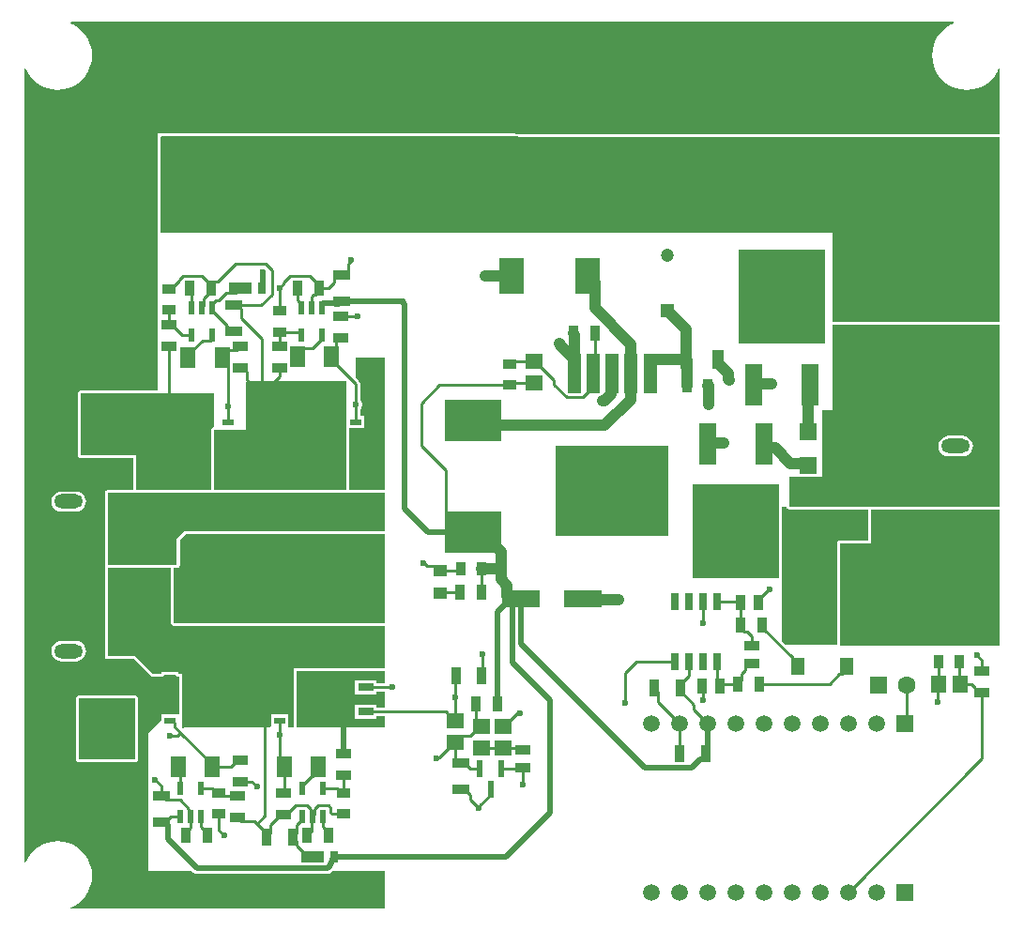
<source format=gtl>
G04*
G04 #@! TF.GenerationSoftware,Altium Limited,Altium Designer,21.6.4 (81)*
G04*
G04 Layer_Physical_Order=1*
G04 Layer_Color=255*
%FSLAX44Y44*%
%MOMM*%
G71*
G04*
G04 #@! TF.SameCoordinates,3C3A1148-CEAA-43B7-A459-4803B486FB21*
G04*
G04*
G04 #@! TF.FilePolarity,Positive*
G04*
G01*
G75*
%ADD11C,0.2540*%
%ADD17R,0.9000X1.3000*%
%ADD18R,1.3561X1.8582*%
%ADD19R,0.6500X1.5250*%
%ADD20R,1.4500X0.9500*%
%ADD21R,0.9500X1.4500*%
%ADD22R,5.2000X3.7500*%
%ADD23R,1.7000X0.9500*%
%ADD24R,1.6200X3.8100*%
%ADD25R,7.8700X8.5100*%
%ADD26R,1.2000X8.7000*%
%ADD27R,1.2000X1.6000*%
%ADD28R,2.2500X3.2000*%
%ADD29R,0.9562X1.5562*%
%ADD30R,1.5562X0.9562*%
%ADD31R,1.4500X0.7500*%
%ADD32R,3.5200X1.2500*%
%ADD33R,2.8200X1.4300*%
%ADD34R,1.1000X1.8000*%
%ADD35R,1.5500X1.3500*%
%ADD36R,1.3500X1.5500*%
%ADD37R,2.0000X1.1000*%
%ADD38R,0.8000X1.1000*%
%ADD39R,1.3900X0.9600*%
%ADD40R,0.9600X1.3900*%
%ADD41R,0.6000X1.5000*%
%ADD42R,1.1500X3.6000*%
%ADD43R,1.3000X0.9000*%
%ADD44R,0.6000X1.2000*%
%ADD45R,1.2000X1.1000*%
%ADD46R,3.5000X1.6000*%
%ADD47R,9.2000X3.4000*%
%ADD48R,3.6100X0.8100*%
%ADD89R,4.5550X4.5100*%
%ADD90R,1.0250X0.6000*%
%ADD91R,10.1500X8.1000*%
%ADD92C,0.5000*%
%ADD93C,1.0000*%
%ADD94C,1.5000*%
%ADD95R,1.5000X1.5000*%
%ADD96R,1.2000X1.2000*%
%ADD97C,1.2000*%
%ADD98O,2.6000X1.3000*%
%ADD99C,3.7160*%
%ADD100C,1.6000*%
%ADD101R,1.6000X1.6000*%
%ADD102C,1.5200*%
%ADD103R,1.5200X1.5200*%
%ADD104C,0.6000*%
%ADD105C,1.0000*%
G36*
X838249Y798730D02*
X835865Y797742D01*
X831699Y795190D01*
X827983Y792017D01*
X824810Y788301D01*
X822258Y784135D01*
X820388Y779622D01*
X819247Y774871D01*
X818864Y770000D01*
X819247Y765129D01*
X820388Y760378D01*
X822258Y755865D01*
X824810Y751699D01*
X827983Y747983D01*
X831699Y744810D01*
X835865Y742258D01*
X840378Y740388D01*
X845129Y739247D01*
X850000Y738864D01*
X854871Y739247D01*
X859622Y740388D01*
X864135Y742258D01*
X868301Y744810D01*
X872017Y747983D01*
X875190Y751699D01*
X877742Y755865D01*
X878730Y758249D01*
X880000Y757996D01*
Y699000D01*
X771000D01*
X120000Y700000D01*
Y467590D01*
X51000D01*
X50009Y467393D01*
X49169Y466831D01*
X48607Y465991D01*
X48410Y465000D01*
Y409000D01*
X48607Y408009D01*
X49169Y407169D01*
X50009Y406607D01*
X51000Y406410D01*
X98410D01*
Y377590D01*
X75000D01*
X74009Y377393D01*
X73169Y376831D01*
X72607Y375991D01*
X72410Y375000D01*
Y310000D01*
X72607Y309009D01*
X72810Y308705D01*
X72607Y308401D01*
X72410Y307410D01*
Y228000D01*
X72607Y227009D01*
X73169Y226169D01*
X74009Y225607D01*
X75000Y225410D01*
X98927Y225410D01*
X114169Y210169D01*
X115009Y209607D01*
X116000Y209410D01*
X123705D01*
X124696Y209607D01*
X125536Y210169D01*
X126092Y211000D01*
X136648D01*
X137204Y210169D01*
X138044Y209607D01*
X139035Y209410D01*
X139410D01*
Y176605D01*
X139035Y175490D01*
X123705D01*
Y170705D01*
X112000Y159000D01*
Y34000D01*
X150855D01*
X152029Y32826D01*
X153696Y31712D01*
X155662Y31321D01*
X273071D01*
X275038Y31712D01*
X276705Y32826D01*
X277878Y34000D01*
X325000D01*
Y0D01*
X42004D01*
X41751Y1270D01*
X44135Y2258D01*
X48301Y4811D01*
X52017Y7983D01*
X55189Y11699D01*
X57742Y15865D01*
X59612Y20378D01*
X60753Y25129D01*
X61136Y30000D01*
X60753Y34871D01*
X59612Y39622D01*
X57742Y44135D01*
X55189Y48301D01*
X52017Y52017D01*
X48301Y55189D01*
X44135Y57742D01*
X39622Y59612D01*
X34871Y60753D01*
X30000Y61136D01*
X25129Y60753D01*
X20378Y59612D01*
X15865Y57742D01*
X11699Y55189D01*
X7983Y52017D01*
X4811Y48301D01*
X2258Y44135D01*
X1270Y41751D01*
X0Y42004D01*
Y757996D01*
X1270Y758249D01*
X2258Y755865D01*
X4811Y751699D01*
X7983Y747983D01*
X11699Y744810D01*
X15865Y742258D01*
X20378Y740388D01*
X25129Y739247D01*
X30000Y738864D01*
X34871Y739247D01*
X39622Y740388D01*
X44135Y742258D01*
X48301Y744810D01*
X52017Y747983D01*
X55189Y751699D01*
X57742Y755865D01*
X59612Y760378D01*
X60753Y765129D01*
X61136Y770000D01*
X60753Y774871D01*
X59612Y779622D01*
X57742Y784135D01*
X55189Y788301D01*
X52017Y792017D01*
X48301Y795190D01*
X44135Y797742D01*
X41751Y798730D01*
X42004Y800000D01*
X837996D01*
X838249Y798730D01*
D02*
G37*
G36*
X770996Y696410D02*
X770998Y696411D01*
X771000Y696410D01*
X880000D01*
Y529590D01*
X729000D01*
Y610000D01*
X122590D01*
Y696507D01*
X123489Y697405D01*
X770996Y696410D01*
D02*
G37*
G36*
X880000Y363000D02*
X690000D01*
Y390000D01*
X696760D01*
Y389460D01*
X717840D01*
Y390000D01*
X720000D01*
Y450000D01*
X729000D01*
Y527000D01*
X880000D01*
Y363000D01*
D02*
G37*
G36*
X325000Y377590D02*
X325000Y377590D01*
X292590D01*
Y433510D01*
X306295D01*
Y444590D01*
X302885D01*
Y451050D01*
X303697Y451862D01*
X304540Y453898D01*
Y456102D01*
X303697Y458138D01*
X302885Y458950D01*
Y473750D01*
X302589Y475237D01*
X301747Y476497D01*
X299000Y479244D01*
Y497000D01*
X325000D01*
Y377590D01*
D02*
G37*
G36*
X290000Y377590D02*
X171000Y377590D01*
Y395000D01*
Y432000D01*
X200000D01*
Y475000D01*
X201000Y476000D01*
X290000D01*
Y377590D01*
D02*
G37*
G36*
X171000Y434590D02*
X170009Y434393D01*
X169169Y433831D01*
X168607Y432991D01*
X168410Y432000D01*
Y395000D01*
Y377590D01*
X167140Y377590D01*
X101000Y377590D01*
Y409000D01*
X51000D01*
Y465000D01*
X171000D01*
Y434590D01*
D02*
G37*
G36*
X325000Y341000D02*
X144663D01*
X137590Y333927D01*
Y310000D01*
X75000D01*
Y375000D01*
X325000Y375000D01*
Y341000D01*
D02*
G37*
G36*
X325000Y338410D02*
Y258000D01*
X135000D01*
X135000Y307410D01*
X137590D01*
X138581Y307607D01*
X139421Y308169D01*
X139982Y309009D01*
X140180Y310000D01*
Y332855D01*
X145735Y338410D01*
X325000D01*
X325000Y338410D01*
D02*
G37*
G36*
X687607Y362009D02*
X688169Y361169D01*
X689009Y360607D01*
X690000Y360410D01*
X761410D01*
Y332590D01*
X736000D01*
X735009Y332393D01*
X734169Y331831D01*
X733607Y330991D01*
X733410Y330000D01*
Y238000D01*
X686744D01*
X683000Y241744D01*
Y295210D01*
X683347D01*
Y363000D01*
X687410D01*
X687607Y362009D01*
D02*
G37*
G36*
X880000Y237414D02*
X879000Y237000D01*
X736000D01*
Y330000D01*
X764000D01*
Y360410D01*
X880000D01*
Y237414D01*
D02*
G37*
G36*
X325000Y203885D02*
X317790D01*
Y206290D01*
X298210D01*
Y193710D01*
X317790D01*
Y196115D01*
X325000D01*
Y181885D01*
X317790D01*
Y184290D01*
X298210D01*
Y171710D01*
X317790D01*
Y174115D01*
X325000D01*
Y164000D01*
X245590D01*
Y214410D01*
X325000D01*
Y203885D01*
D02*
G37*
G36*
X132410Y258000D02*
X132607Y257009D01*
X133169Y256169D01*
X134009Y255607D01*
X135000Y255410D01*
X325000D01*
Y217000D01*
X243000D01*
Y164000D01*
X238765D01*
X237665Y164410D01*
Y175490D01*
X222335D01*
Y164410D01*
X221235Y164000D01*
X144000D01*
X143270Y163270D01*
X142000Y163796D01*
Y212000D01*
X139035D01*
Y213590D01*
X123705D01*
Y212000D01*
X116000D01*
X100000Y228000D01*
X75000Y228000D01*
Y307410D01*
X132410D01*
X132410Y258000D01*
D02*
G37*
%LPC*%
G36*
X46500Y376618D02*
X33500D01*
X31140Y376307D01*
X28941Y375396D01*
X27053Y373947D01*
X25604Y372059D01*
X24693Y369860D01*
X24382Y367500D01*
X24693Y365140D01*
X25604Y362941D01*
X27053Y361053D01*
X28941Y359604D01*
X31140Y358693D01*
X33500Y358382D01*
X46500D01*
X48860Y358693D01*
X51059Y359604D01*
X52947Y361053D01*
X54396Y362941D01*
X55307Y365140D01*
X55618Y367500D01*
X55307Y369860D01*
X54396Y372059D01*
X52947Y373947D01*
X51059Y375396D01*
X48860Y376307D01*
X46500Y376618D01*
D02*
G37*
G36*
Y241618D02*
X33500D01*
X31140Y241307D01*
X28941Y240396D01*
X27053Y238947D01*
X25604Y237059D01*
X24693Y234860D01*
X24382Y232500D01*
X24693Y230140D01*
X25604Y227941D01*
X27053Y226053D01*
X28941Y224604D01*
X31140Y223693D01*
X33500Y223382D01*
X46500D01*
X48860Y223693D01*
X51059Y224604D01*
X52947Y226053D01*
X54396Y227941D01*
X55307Y230140D01*
X55618Y232500D01*
X55307Y234860D01*
X54396Y237059D01*
X52947Y238947D01*
X51059Y240396D01*
X48860Y241307D01*
X46500Y241618D01*
D02*
G37*
G36*
X100000Y192590D02*
X49000D01*
X48009Y192393D01*
X47169Y191831D01*
X46607Y190991D01*
X46410Y190000D01*
Y135000D01*
X46607Y134009D01*
X47169Y133169D01*
X48009Y132607D01*
X49000Y132410D01*
X100000D01*
X100991Y132607D01*
X101831Y133169D01*
X102393Y134009D01*
X102590Y135000D01*
Y190000D01*
X102393Y190991D01*
X101831Y191831D01*
X100991Y192393D01*
X100000Y192590D01*
D02*
G37*
%LPD*%
G36*
Y135000D02*
X49000D01*
Y190000D01*
X100000D01*
Y135000D01*
D02*
G37*
%LPC*%
G36*
X846500Y426618D02*
X833500D01*
X831140Y426307D01*
X828941Y425396D01*
X827053Y423947D01*
X825604Y422059D01*
X824693Y419860D01*
X824382Y417500D01*
X824693Y415140D01*
X825604Y412941D01*
X827053Y411053D01*
X828941Y409604D01*
X831140Y408693D01*
X833500Y408382D01*
X846500D01*
X848860Y408693D01*
X851059Y409604D01*
X852947Y411053D01*
X854396Y412941D01*
X855307Y415140D01*
X855618Y417500D01*
X855307Y419860D01*
X854396Y422059D01*
X852947Y423947D01*
X851059Y425396D01*
X848860Y426307D01*
X846500Y426618D01*
D02*
G37*
%LPD*%
D11*
X183771Y504270D02*
X191520D01*
X178261Y498760D02*
X183771Y504270D01*
X191520D02*
X195000Y507750D01*
X178261Y497000D02*
Y498760D01*
X192000Y544750D02*
X213638D01*
X189000D02*
X192000D01*
X214000Y471000D02*
Y514200D01*
X192000Y544750D02*
X195511Y541239D01*
Y532689D02*
Y541239D01*
Y532689D02*
X214000Y514200D01*
X234000Y564000D02*
Y565138D01*
X230000Y560000D02*
X234000Y564000D01*
Y565138D02*
X239922Y571060D01*
X223190Y554302D02*
Y575810D01*
X217190Y581810D02*
X223190Y575810D01*
X230000Y539500D02*
Y560000D01*
X213638Y544750D02*
X223190Y554302D01*
X449557Y126458D02*
X450000Y126015D01*
Y112000D02*
Y126015D01*
X374412Y136662D02*
X388000Y150250D01*
X372000Y136000D02*
X372662Y136662D01*
X388000Y150250D02*
X389000D01*
X372662Y136662D02*
X374412D01*
X140886Y158886D02*
X169261Y130511D01*
X135225Y164547D02*
X140886Y158886D01*
X131000Y156000D02*
X138000D01*
X140886Y158886D01*
X612000Y258000D02*
X612557Y258557D01*
Y277120D01*
X662100Y276543D02*
Y278692D01*
X671407Y288000D02*
X672000D01*
X662100Y278692D02*
X671407Y288000D01*
X123000Y456000D02*
X130208Y463208D01*
Y507250D01*
X118000Y116000D02*
X118573D01*
X124000Y110573D01*
Y101750D02*
Y110573D01*
Y101750D02*
X127511Y98239D01*
X140149D01*
X148270Y90118D01*
Y85230D02*
Y90118D01*
Y85230D02*
X150000Y83500D01*
X145250Y68500D02*
X150000Y73250D01*
Y83500D01*
X145250Y66000D02*
Y68500D01*
X216810Y83810D02*
Y168462D01*
X184130Y169950D02*
X215322D01*
X216810Y168462D01*
X209625Y76625D02*
X218250Y68000D01*
X207480Y78770D02*
X209625Y76625D01*
X216810Y83810D01*
X175000Y71000D02*
X180000Y66000D01*
X175000Y71000D02*
Y85500D01*
X205050Y114950D02*
X210000Y110000D01*
X195000Y114950D02*
X205050D01*
X230000Y132739D02*
Y169950D01*
Y132739D02*
X234739Y128000D01*
X292511Y582345D02*
X295000Y584834D01*
Y585770D01*
X174730Y565980D02*
X190560Y581810D01*
X217190D01*
X168750Y557500D02*
Y560000D01*
X161730Y550480D02*
X168750Y557500D01*
X161730Y544230D02*
Y550480D01*
X160000Y542500D02*
X161730Y544230D01*
X132458Y559500D02*
X139305Y566347D01*
Y567443D01*
X142922Y571060D01*
X160190D01*
X168750Y562500D01*
Y560000D02*
Y562500D01*
X130457Y559500D02*
X132458D01*
X168750Y562500D02*
X172230Y565980D01*
X174730D01*
X279470Y544790D02*
X282540D01*
X221000Y471000D02*
X230000Y480000D01*
Y488250D01*
X197500D02*
X200980Y484770D01*
Y477020D02*
X207000Y471000D01*
X195000Y488250D02*
X197500D01*
X200980Y477020D02*
Y484770D01*
X169500Y539500D02*
X182489Y526511D01*
Y524761D02*
X186000Y521250D01*
X189000D01*
X169500Y539500D02*
Y542500D01*
X182489Y524761D02*
Y526511D01*
X169500Y545500D02*
X172940Y548940D01*
X175078D02*
X181908Y555770D01*
X169500Y542500D02*
Y545500D01*
X172940Y548940D02*
X175078D01*
X181908Y555770D02*
X190770D01*
X195000Y560000D01*
X277261Y495489D02*
X299000Y473750D01*
X277261Y495489D02*
Y498000D01*
X299000Y440000D02*
Y473750D01*
X298630Y439630D02*
X299000Y440000D01*
X298630Y439050D02*
Y439630D01*
X178261Y497000D02*
X183630Y491631D01*
Y439050D02*
Y491631D01*
X282540Y544790D02*
X286000Y548250D01*
X292511Y575261D02*
Y582345D01*
X283000Y571750D02*
X289000D01*
X239922Y571060D02*
X257190D01*
X397780Y339658D02*
X405030D01*
X285000Y534750D02*
X300250D01*
X301000Y534000D01*
X289000Y571750D02*
X292511Y575261D01*
X380300Y357137D02*
X397780Y339658D01*
X358000Y417719D02*
Y456000D01*
X380300Y357137D02*
Y395419D01*
X358000Y417719D02*
X380300Y395419D01*
X358000Y456000D02*
X374500Y472500D01*
X438000D01*
X439750Y474250D01*
X460000D01*
X402534Y98466D02*
Y102716D01*
X397000Y108250D02*
X402534Y102716D01*
Y98466D02*
X410000Y91000D01*
X410662Y93119D02*
X420500Y102957D01*
X410000Y91000D02*
X410662Y91662D01*
X394000Y108250D02*
X397000D01*
X420500Y102957D02*
Y107458D01*
X410662Y91662D02*
Y93119D01*
X433000Y164750D02*
X444250Y176000D01*
X447000D01*
X432000Y164750D02*
X433000D01*
X308000Y200000D02*
X332000D01*
X824000Y187000D02*
Y202757D01*
X824242Y203000D01*
X824492Y203250D01*
Y223000D01*
X611208Y201208D02*
X612000Y200415D01*
Y188000D02*
Y200415D01*
X571761Y186739D02*
Y195963D01*
X568250Y199473D02*
X571761Y195963D01*
Y186739D02*
X591100Y167400D01*
X551880Y222880D02*
X587157D01*
X542000Y213000D02*
X551880Y222880D01*
X542000Y186000D02*
Y213000D01*
X370565Y309730D02*
X374795Y305500D01*
X363206Y309730D02*
X370565D01*
X360936Y312000D02*
X363206Y309730D01*
X360000Y312000D02*
X360936D01*
X412750Y210574D02*
X413000Y210824D01*
Y230000D01*
X388000Y169750D02*
X389000D01*
X308000Y178000D02*
X379750D01*
X388000Y169750D01*
X389000D02*
Y210324D01*
X389250Y210574D01*
X412588Y306615D02*
X412588Y306615D01*
Y285822D02*
Y306615D01*
X429375Y306615D02*
X429760Y307000D01*
X440250Y493750D02*
X460000D01*
X438000Y491500D02*
X440250Y493750D01*
X460000D02*
X461000D01*
X477737Y477013D01*
Y472655D02*
Y477013D01*
Y472655D02*
X488994Y461398D01*
X503762D01*
X513322Y470957D01*
Y483208D01*
X514750Y484635D01*
Y519000D01*
X863993Y135492D02*
Y195250D01*
X743500Y15000D02*
X863993Y135492D01*
X854303Y203000D02*
X858013Y199290D01*
X861493Y195250D02*
X863993D01*
X843743Y203000D02*
X854303D01*
X858013Y198730D02*
Y199290D01*
Y198730D02*
X861493Y195250D01*
X843493Y203250D02*
X843743Y203000D01*
X843493Y203250D02*
Y223000D01*
X863993Y214750D02*
Y224007D01*
X859000Y229000D02*
X863993Y224007D01*
X591100Y140150D02*
X591250Y140000D01*
X591100Y140150D02*
Y167400D01*
X614750Y140000D02*
X616500Y141750D01*
X591750Y196474D02*
Y199473D01*
Y196474D02*
X603813Y184411D01*
Y180087D02*
Y184411D01*
Y180087D02*
X616500Y167400D01*
X591750Y199473D02*
Y202474D01*
X599857Y210581D02*
Y222880D01*
X591750Y202474D02*
X599857Y210581D01*
X625257Y203358D02*
X627407Y201208D01*
X625257Y203358D02*
Y222880D01*
X627407Y201208D02*
X629200Y203000D01*
X643250D01*
X652133Y250020D02*
X656000Y246153D01*
X646250Y253500D02*
X649730Y250020D01*
X646250Y253500D02*
Y256000D01*
X656000Y237543D02*
Y246153D01*
X649730Y250020D02*
X652133D01*
X646730Y206480D02*
Y212073D01*
X653850Y221343D02*
X656000D01*
X650320Y217812D02*
X653850Y221343D01*
X650320Y215662D02*
Y217812D01*
X646730Y212073D02*
X650320Y215662D01*
X643250Y203000D02*
X646730Y206480D01*
X735270Y212020D02*
X737270D01*
X726250Y203000D02*
X735270Y212020D01*
X662750Y203000D02*
X726250D01*
X742000Y216750D02*
Y218750D01*
X737270Y212020D02*
X742000Y216750D01*
X693270Y223480D02*
Y225980D01*
X665750Y253500D02*
Y256000D01*
Y253500D02*
X693270Y225980D01*
Y223480D02*
X698000Y218750D01*
X646250Y256000D02*
Y276192D01*
X645900Y276543D02*
X646250Y276192D01*
X645322Y277120D02*
X645900Y276543D01*
X625257Y277120D02*
X645322D01*
X257190Y571060D02*
X265750Y562500D01*
Y560000D02*
Y562500D01*
X279489Y568239D02*
X283000Y571750D01*
X265750Y560000D02*
X274250D01*
X279489Y565239D01*
Y568239D01*
X260710Y554020D02*
X262270D01*
X265750Y557500D01*
Y560000D01*
X259000Y542500D02*
Y552310D01*
X260710Y554020D01*
X246250Y548750D02*
X249500Y545500D01*
X246250Y548750D02*
Y560000D01*
X249500Y542500D02*
Y545500D01*
X277261Y498000D02*
X281520Y502259D01*
Y511770D01*
X285000Y515250D01*
X260021Y506021D02*
X268500Y514500D01*
X252250Y506021D02*
X260021D01*
X268500Y514500D02*
Y517500D01*
X246739Y500511D02*
X252250Y506021D01*
X246739Y498000D02*
Y500511D01*
X247770Y520500D02*
X249500Y518770D01*
Y517500D02*
Y518770D01*
X230000Y520500D02*
X247770D01*
X230000Y507750D02*
Y520500D01*
X149250Y560000D02*
X150500Y558750D01*
Y542500D02*
Y558750D01*
X130208Y526750D02*
X130457Y527000D01*
Y540500D01*
X130208Y526750D02*
X132708D01*
X141958Y517500D02*
X150500D01*
X132708Y526750D02*
X141958Y517500D01*
X167770Y512770D02*
X169500Y514500D01*
X147739Y497000D02*
Y499511D01*
X169500Y514500D02*
Y517500D01*
X160998Y512770D02*
X167770D01*
X147739Y499511D02*
X160998Y512770D01*
X244560Y93310D02*
X255078D01*
X258270Y90118D01*
Y85230D02*
Y90118D01*
Y85230D02*
X260000Y83500D01*
X234000Y85250D02*
X236500D01*
X244560Y93310D01*
X218250Y65000D02*
X221761Y68511D01*
X231500Y85250D02*
X234000D01*
X221761Y75511D02*
X231500Y85250D01*
X221761Y68511D02*
Y75511D01*
X258730Y69480D02*
Y82230D01*
X255250Y66000D02*
X258730Y69480D01*
Y82230D02*
X260000Y83500D01*
X241750Y65000D02*
X245261Y68511D01*
X250500Y80500D02*
Y83500D01*
X245261Y75261D02*
X250500Y80500D01*
X245261Y68511D02*
Y75261D01*
Y57239D02*
X255500Y47000D01*
X260000D01*
X245261Y57239D02*
Y61489D01*
X241750Y65000D02*
X245261Y61489D01*
X269500Y73690D02*
X271210Y71980D01*
X271270D01*
X274750Y66000D02*
Y68500D01*
X269500Y73690D02*
Y83500D01*
X271270Y71980D02*
X274750Y68500D01*
X276310Y86988D02*
Y91078D01*
X264922Y93310D02*
X274078D01*
X261730Y85230D02*
Y90118D01*
X277798Y85500D02*
X288000D01*
X276310Y86988D02*
X277798Y85500D01*
X274078Y93310D02*
X276310Y91078D01*
X261730Y90118D02*
X264922Y93310D01*
X260000Y83500D02*
X261730Y85230D01*
X288000Y104500D02*
Y120250D01*
X286000Y104500D02*
X288000D01*
X269500Y108500D02*
X282000D01*
X286000Y104500D01*
X250500Y111500D02*
X258979Y119979D01*
X259751D01*
X250500Y108500D02*
Y111500D01*
X259751Y119979D02*
X265261Y125489D01*
Y128000D01*
X234000Y104750D02*
X234739Y105489D01*
Y128000D01*
X186050D02*
X192500Y134450D01*
X195000D01*
X169261Y128000D02*
X186050D01*
X169261D02*
Y130511D01*
X135225Y164547D02*
Y168220D01*
X133495Y169950D02*
X135225Y168220D01*
X131370Y169950D02*
X133495D01*
X138739Y128000D02*
X140500Y126239D01*
Y108500D02*
Y126239D01*
X159500Y108500D02*
X169000D01*
X173000Y104500D01*
X175000D01*
X177750Y101750D02*
X192000D01*
X175000Y104500D02*
X177750Y101750D01*
X192000Y82250D02*
X195480Y78770D01*
X207480D01*
X218250Y65000D02*
Y68000D01*
X164750Y66000D02*
Y68500D01*
X159500Y73690D02*
Y83500D01*
Y73690D02*
X161210Y71980D01*
X161270D01*
X164750Y68500D01*
X127000Y78250D02*
X132250Y83500D01*
X140500D01*
X794300Y167400D02*
X795700Y168800D01*
Y202000D01*
X407250Y169500D02*
X412000Y164750D01*
X407250Y169500D02*
Y185000D01*
X430000Y126458D02*
X449557D01*
X432000Y145250D02*
X447850D01*
X450000Y143100D01*
X412000Y145250D02*
X432000D01*
X432000Y145250D01*
X394480Y155730D02*
X401980D01*
X389000Y150250D02*
X394480Y155730D01*
X401980D02*
X411000Y164750D01*
X412000D01*
X389000Y135261D02*
Y150250D01*
X392511Y131750D02*
X394000D01*
X389000Y135261D02*
X392511Y131750D01*
X394000D02*
X397000D01*
X402293Y126458D02*
X411000D01*
X397000Y131750D02*
X402293Y126458D01*
X374795Y284500D02*
X376118Y285822D01*
X393088D01*
X374795Y305500D02*
X392473D01*
X393588Y306615D01*
D17*
X597500Y472000D02*
D03*
X616500D02*
D03*
X412588Y306615D02*
D03*
X393588D02*
D03*
X824492Y223000D02*
D03*
X843493D02*
D03*
D18*
X234739Y128000D02*
D03*
X265261D02*
D03*
X178261Y497000D02*
D03*
X147739D02*
D03*
X169261Y128000D02*
D03*
X138739D02*
D03*
X277261Y498000D02*
D03*
X246739D02*
D03*
D19*
X625257Y277120D02*
D03*
X612557D02*
D03*
X599857D02*
D03*
X587157D02*
D03*
Y222880D02*
D03*
X599857D02*
D03*
X612557D02*
D03*
X625257D02*
D03*
D20*
X288000Y120250D02*
D03*
Y139750D02*
D03*
X130208Y526750D02*
D03*
Y507250D02*
D03*
X234000Y85250D02*
D03*
Y104750D02*
D03*
X195000Y488250D02*
D03*
Y507750D02*
D03*
X192000Y101750D02*
D03*
Y82250D02*
D03*
X230000Y507750D02*
D03*
Y488250D02*
D03*
X195000Y114950D02*
D03*
Y134450D02*
D03*
X285000Y534750D02*
D03*
Y515250D02*
D03*
X863993Y195250D02*
D03*
Y214750D02*
D03*
D21*
X255250Y66000D02*
D03*
X274750D02*
D03*
X168750Y560000D02*
D03*
X149250D02*
D03*
X407250Y185000D02*
D03*
X426750D02*
D03*
X145250Y66000D02*
D03*
X164750D02*
D03*
X265750Y560000D02*
D03*
X246250D02*
D03*
X646250Y256000D02*
D03*
X665750D02*
D03*
X643250Y203000D02*
D03*
X662750D02*
D03*
X393088Y285822D02*
D03*
X412588D02*
D03*
X495250Y519000D02*
D03*
X514750D02*
D03*
D22*
X405030Y440658D02*
D03*
Y339658D02*
D03*
D23*
X164000Y269318D02*
D03*
Y241318D02*
D03*
X188542Y269318D02*
D03*
Y241318D02*
D03*
X213085Y269318D02*
D03*
Y241318D02*
D03*
X237628Y269318D02*
D03*
Y241318D02*
D03*
D24*
X657657Y472793D02*
D03*
X708457D02*
D03*
X666858Y419700D02*
D03*
X616058D02*
D03*
D25*
X683057Y552193D02*
D03*
X641458Y340300D02*
D03*
D26*
X742000Y281250D02*
D03*
X698000D02*
D03*
D27*
Y218750D02*
D03*
X742000D02*
D03*
D28*
X439207Y571208D02*
D03*
X508208D02*
D03*
D29*
X591250Y140000D02*
D03*
X614750D02*
D03*
X218250Y65000D02*
D03*
X241750D02*
D03*
X412750Y210574D02*
D03*
X389250D02*
D03*
X591750Y199473D02*
D03*
X568250D02*
D03*
D30*
X189000Y544750D02*
D03*
Y521250D02*
D03*
X394000Y108250D02*
D03*
Y131750D02*
D03*
X124000Y101750D02*
D03*
Y78250D02*
D03*
X286000Y571750D02*
D03*
Y548250D02*
D03*
D31*
X308000Y200000D02*
D03*
Y178000D02*
D03*
D32*
X164000Y325518D02*
D03*
Y365118D02*
D03*
X206000Y325518D02*
D03*
Y365118D02*
D03*
X248000Y325518D02*
D03*
Y365118D02*
D03*
D33*
X740242Y346693D02*
D03*
Y372492D02*
D03*
X706000Y346693D02*
D03*
Y372492D02*
D03*
X82000Y122100D02*
D03*
Y147900D02*
D03*
Y208307D02*
D03*
Y182507D02*
D03*
X79000Y396442D02*
D03*
Y422243D02*
D03*
Y479900D02*
D03*
Y454100D02*
D03*
D34*
X597115Y495457D02*
D03*
X626115D02*
D03*
D35*
X389000Y169750D02*
D03*
Y150250D02*
D03*
X412000Y145250D02*
D03*
Y164750D02*
D03*
X432000Y164750D02*
D03*
Y145250D02*
D03*
X460000Y493750D02*
D03*
Y474250D02*
D03*
D36*
X824242Y203000D02*
D03*
X843743D02*
D03*
D37*
X260000Y47000D02*
D03*
X195000Y560000D02*
D03*
D38*
X279000Y47000D02*
D03*
X214000Y560000D02*
D03*
D39*
X450000Y126900D02*
D03*
Y143100D02*
D03*
X656000Y237543D02*
D03*
Y221343D02*
D03*
D40*
X627407Y201208D02*
D03*
X611208D02*
D03*
X662100Y276543D02*
D03*
X645900D02*
D03*
D41*
X430000Y126458D02*
D03*
X411000D02*
D03*
X420500Y107458D02*
D03*
D42*
X496322Y483208D02*
D03*
X513322D02*
D03*
X530322D02*
D03*
X547322D02*
D03*
X564322D02*
D03*
D43*
X130457Y540500D02*
D03*
Y559500D02*
D03*
X230000Y520500D02*
D03*
Y539500D02*
D03*
X288000Y104500D02*
D03*
Y85500D02*
D03*
X175000Y104500D02*
D03*
Y85500D02*
D03*
X438000Y472500D02*
D03*
Y491500D02*
D03*
D44*
X268500Y517500D02*
D03*
X249500D02*
D03*
Y542500D02*
D03*
X259000D02*
D03*
X268500D02*
D03*
X250500Y108500D02*
D03*
X269500D02*
D03*
Y83500D02*
D03*
X260000D02*
D03*
X250500D02*
D03*
X140500Y108500D02*
D03*
X159500D02*
D03*
Y83500D02*
D03*
X150000D02*
D03*
X140500D02*
D03*
X169500Y517500D02*
D03*
X150500D02*
D03*
Y542500D02*
D03*
X160000D02*
D03*
X169500D02*
D03*
D45*
X374795Y284500D02*
D03*
Y305500D02*
D03*
D46*
X447665Y279365D02*
D03*
X503665D02*
D03*
D47*
X780000Y472000D02*
D03*
X830000Y588000D02*
D03*
D48*
X289743Y367818D02*
D03*
Y322818D02*
D03*
D89*
X144025Y420000D02*
D03*
X269605Y189000D02*
D03*
X259025Y420000D02*
D03*
X170975Y189000D02*
D03*
D90*
X183630Y413650D02*
D03*
Y426350D02*
D03*
Y400950D02*
D03*
Y439050D02*
D03*
X230000Y169950D02*
D03*
Y208050D02*
D03*
Y182650D02*
D03*
Y195350D02*
D03*
X298630Y413650D02*
D03*
Y426350D02*
D03*
Y400950D02*
D03*
Y439050D02*
D03*
X131370Y169950D02*
D03*
Y208050D02*
D03*
Y182650D02*
D03*
Y195350D02*
D03*
D91*
X530322Y376707D02*
D03*
D92*
X282760Y169950D02*
X287000D01*
X288000Y139750D02*
Y168950D01*
X287000Y169950D02*
X288000Y168950D01*
X277500Y42500D02*
Y45500D01*
X276000Y39389D02*
Y41000D01*
X277500Y45500D02*
X279000Y47000D01*
X276000Y41000D02*
X277500Y42500D01*
X273071Y36460D02*
X276000Y39389D01*
X155662Y36460D02*
X273071D01*
X124000Y78250D02*
X127000D01*
X129281Y62841D02*
Y75969D01*
Y62841D02*
X155662Y36460D01*
X127000Y78250D02*
X129281Y75969D01*
X438165Y279365D02*
X440000Y277530D01*
X435165Y282365D02*
X438165Y279365D01*
X426750Y267950D02*
X438165Y279365D01*
X440000Y222000D02*
Y277530D01*
X474000Y87000D02*
Y188000D01*
X440000Y222000D02*
X474000Y188000D01*
X279000Y47000D02*
X434000D01*
X474000Y87000D01*
X214000Y560000D02*
X215000Y561000D01*
Y574000D01*
X343000Y361000D02*
Y545321D01*
X340071Y548250D02*
X343000Y545321D01*
X286000Y548250D02*
X340071D01*
X272075Y546362D02*
X279470D01*
Y546362D02*
X284479Y550223D01*
X271712Y546000D02*
X272075Y546362D01*
X279470D02*
X279470Y546362D01*
X268500Y542500D02*
Y545500D01*
X269000Y546000D01*
X271712D01*
X364343Y339658D02*
X397780D01*
X343000Y361000D02*
X364343Y339658D01*
X447665Y239335D02*
X559821Y127179D01*
X601929D01*
X614750Y137000D02*
Y140000D01*
X609469Y134719D02*
X612469D01*
X601929Y127179D02*
X609469Y134719D01*
X612469D02*
X614750Y137000D01*
X447665Y239335D02*
Y279365D01*
X426750Y185000D02*
Y267950D01*
X616500Y141750D02*
Y167400D01*
D93*
X617000Y455000D02*
Y471500D01*
X616500Y472000D02*
X617000Y471500D01*
X504030Y279000D02*
X536000D01*
X503665Y279365D02*
X504030Y279000D01*
X429760Y307000D02*
Y322178D01*
Y297270D02*
Y307000D01*
X412588Y306615D02*
X429375D01*
X429760Y297270D02*
X435165Y291865D01*
Y282365D02*
Y291865D01*
X405030Y339658D02*
X412280D01*
X429760Y322178D01*
X521287Y458000D02*
X523000D01*
X529572Y482458D02*
X530322Y483208D01*
X529572Y464572D02*
Y482458D01*
X523000Y458000D02*
X529572Y464572D01*
X496322Y495457D02*
Y517928D01*
X483662Y508118D02*
Y509338D01*
X496322Y483208D02*
Y495457D01*
X483662Y508118D02*
X496322Y495457D01*
X483000Y510000D02*
X483662Y509338D01*
X495250Y519000D02*
X496322Y517928D01*
X439000Y571000D02*
X439207Y571208D01*
X416000Y571000D02*
X439000D01*
X547322Y483712D02*
Y509091D01*
X514458Y541956D02*
X547322Y509091D01*
X508712Y571208D02*
X514458Y565462D01*
X523545Y436119D02*
X546572Y459146D01*
Y483032D02*
X546748Y483208D01*
X546572Y459146D02*
Y483032D01*
X514458Y541956D02*
Y565462D01*
X410073Y436119D02*
X523545D01*
X405534Y440658D02*
X410073Y436119D01*
X597115Y495457D02*
Y522885D01*
X580000Y540000D02*
X597115Y522885D01*
X564322Y483208D02*
Y490978D01*
X568802Y495457D02*
X597115D01*
X564322Y490978D02*
X568802Y495457D01*
X597115D02*
X597500Y495072D01*
Y472000D02*
Y495072D01*
X626115Y491958D02*
X635338Y482734D01*
Y477662D02*
Y482734D01*
Y477662D02*
X636000Y477000D01*
X626115Y491958D02*
Y495457D01*
X616357Y420000D02*
X631000D01*
X616058Y419700D02*
X616357Y420000D01*
X658865Y474000D02*
X674000D01*
X657657Y472793D02*
X658865Y474000D01*
X677280Y415720D02*
X691000Y402000D01*
X705300D02*
X707300Y400000D01*
X691000Y402000D02*
X705300D01*
X666858Y419700D02*
X670837Y415720D01*
X677280D01*
X707300Y430000D02*
Y471635D01*
X708457Y472793D01*
D94*
X150000Y743000D02*
D03*
X342000D02*
D03*
X532000D02*
D03*
X722000D02*
D03*
D95*
X150000Y668000D02*
D03*
X342000D02*
D03*
X532000D02*
D03*
X722000D02*
D03*
D96*
X580000Y540000D02*
D03*
D97*
Y590000D02*
D03*
D98*
X840000Y417500D02*
D03*
Y282500D02*
D03*
X40000Y232500D02*
D03*
Y367500D02*
D03*
D99*
X780000Y386000D02*
D03*
Y314000D02*
D03*
X100000Y264000D02*
D03*
Y336000D02*
D03*
D100*
X795700Y202000D02*
D03*
X732700Y430000D02*
D03*
Y400000D02*
D03*
D101*
X770300Y202000D02*
D03*
X707300Y430000D02*
D03*
Y400000D02*
D03*
D102*
X641900Y15000D02*
D03*
X743500D02*
D03*
X768900D02*
D03*
X718100D02*
D03*
X692700D02*
D03*
X667300D02*
D03*
X616500D02*
D03*
X591100D02*
D03*
X565700D02*
D03*
X641900Y167400D02*
D03*
X743500D02*
D03*
X768900D02*
D03*
X718100D02*
D03*
X692700D02*
D03*
X667300D02*
D03*
X616500D02*
D03*
X591100D02*
D03*
X565700D02*
D03*
D103*
X794300Y15000D02*
D03*
Y167400D02*
D03*
D104*
X725000Y325000D02*
D03*
Y298000D02*
D03*
Y286000D02*
D03*
Y261000D02*
D03*
Y274000D02*
D03*
Y248000D02*
D03*
Y311000D02*
D03*
X713000D02*
D03*
Y274000D02*
D03*
Y248000D02*
D03*
Y261000D02*
D03*
Y286000D02*
D03*
Y298000D02*
D03*
Y325000D02*
D03*
X80000Y508000D02*
D03*
X79000Y573000D02*
D03*
X80000Y631000D02*
D03*
Y694000D02*
D03*
X24000Y691000D02*
D03*
X22000Y631000D02*
D03*
X21000Y570000D02*
D03*
X20000Y509000D02*
D03*
Y455000D02*
D03*
X21000Y397000D02*
D03*
X51000Y328000D02*
D03*
X52000Y261000D02*
D03*
Y210000D02*
D03*
X23000Y186000D02*
D03*
X24000Y147000D02*
D03*
X25000Y103000D02*
D03*
X79000Y104000D02*
D03*
X80000Y59000D02*
D03*
X79000Y12000D02*
D03*
X117000D02*
D03*
X180000D02*
D03*
X241000Y13000D02*
D03*
X303000Y14000D02*
D03*
X137707Y438250D02*
D03*
X150163D02*
D03*
X162620D02*
D03*
X125250D02*
D03*
X150163Y420000D02*
D03*
X137707D02*
D03*
X162620D02*
D03*
X125250D02*
D03*
X162620Y400950D02*
D03*
X150163D02*
D03*
X137707D02*
D03*
X125250D02*
D03*
X288380Y208050D02*
D03*
X275923D02*
D03*
X263467D02*
D03*
X251010D02*
D03*
X288380Y189000D02*
D03*
X251010D02*
D03*
X275923D02*
D03*
X263467D02*
D03*
X288380Y170750D02*
D03*
X251010D02*
D03*
X263467D02*
D03*
X275923D02*
D03*
X252707Y438250D02*
D03*
X265163D02*
D03*
X277620D02*
D03*
X240250D02*
D03*
X265163Y420000D02*
D03*
X252707D02*
D03*
X277620D02*
D03*
X240250D02*
D03*
X277620Y400950D02*
D03*
X265163D02*
D03*
X252707D02*
D03*
X240250D02*
D03*
X189750Y208050D02*
D03*
X177293D02*
D03*
X164837D02*
D03*
X152380D02*
D03*
X189750Y189000D02*
D03*
X152380D02*
D03*
X177293D02*
D03*
X164837D02*
D03*
X189750Y170750D02*
D03*
X152380D02*
D03*
X164837D02*
D03*
X177293D02*
D03*
X208000Y191000D02*
D03*
X230000Y560000D02*
D03*
X299000Y455000D02*
D03*
X184000Y453000D02*
D03*
X450000Y112000D02*
D03*
X372000Y136000D02*
D03*
X230000Y157000D02*
D03*
X131000Y156000D02*
D03*
X612000Y258000D02*
D03*
X672000Y288000D02*
D03*
X630000Y620000D02*
D03*
X629000Y675000D02*
D03*
X595000Y620000D02*
D03*
X593000Y675000D02*
D03*
X461000Y626000D02*
D03*
Y674000D02*
D03*
X400000Y625000D02*
D03*
X399000Y674000D02*
D03*
X282000Y626000D02*
D03*
X281000Y674000D02*
D03*
X211000Y627000D02*
D03*
Y673000D02*
D03*
X648057Y587493D02*
D03*
X663057D02*
D03*
X683057D02*
D03*
X703057D02*
D03*
X718057D02*
D03*
X648057Y572493D02*
D03*
X663057D02*
D03*
X683057D02*
D03*
X703057D02*
D03*
X718057D02*
D03*
X648057Y557493D02*
D03*
X663057D02*
D03*
X683057D02*
D03*
X703057D02*
D03*
X718057D02*
D03*
X648057Y542493D02*
D03*
X663057D02*
D03*
X683057D02*
D03*
X703057D02*
D03*
X718057D02*
D03*
X648057Y527493D02*
D03*
X663057D02*
D03*
X683057D02*
D03*
X703057D02*
D03*
X718057D02*
D03*
X648057Y514493D02*
D03*
X663057D02*
D03*
X683057D02*
D03*
X703057D02*
D03*
X718057D02*
D03*
X676458Y305000D02*
D03*
X661458D02*
D03*
X641458D02*
D03*
X621457D02*
D03*
X606457D02*
D03*
X676458Y320000D02*
D03*
X661458D02*
D03*
X641458D02*
D03*
X621457D02*
D03*
X606457D02*
D03*
X676458Y335000D02*
D03*
X661458D02*
D03*
X641458D02*
D03*
X621457D02*
D03*
X606457D02*
D03*
X676458Y350000D02*
D03*
X661458D02*
D03*
X641458D02*
D03*
X621457D02*
D03*
X606457D02*
D03*
X676458Y365000D02*
D03*
X661458D02*
D03*
X641458D02*
D03*
X621457D02*
D03*
X606457D02*
D03*
X676458Y378000D02*
D03*
X661458D02*
D03*
X641458D02*
D03*
X621457D02*
D03*
X606457D02*
D03*
X118000Y116000D02*
D03*
X180000Y66000D02*
D03*
X210000Y110000D02*
D03*
X93000Y164000D02*
D03*
X76000D02*
D03*
X59000D02*
D03*
Y181000D02*
D03*
X157000Y456000D02*
D03*
X140000D02*
D03*
X123000D02*
D03*
X106000Y405000D02*
D03*
Y422000D02*
D03*
Y456000D02*
D03*
Y438000D02*
D03*
X89000D02*
D03*
X73000D02*
D03*
X57000D02*
D03*
X315000Y490000D02*
D03*
Y479000D02*
D03*
Y467000D02*
D03*
Y456000D02*
D03*
Y445000D02*
D03*
Y384000D02*
D03*
Y396000D02*
D03*
Y408000D02*
D03*
Y420000D02*
D03*
Y433000D02*
D03*
X341000Y548000D02*
D03*
X295000Y585770D02*
D03*
X215000Y574000D02*
D03*
X143000Y290000D02*
D03*
X158000D02*
D03*
X174000D02*
D03*
X189000D02*
D03*
X205000D02*
D03*
X220000D02*
D03*
X235000D02*
D03*
X251000D02*
D03*
Y305000D02*
D03*
X235000D02*
D03*
X220000D02*
D03*
X205000D02*
D03*
X189000D02*
D03*
X174000D02*
D03*
X158000D02*
D03*
X143000D02*
D03*
X221000Y471000D02*
D03*
X207000D02*
D03*
X221000Y460000D02*
D03*
X207000D02*
D03*
X221000Y449000D02*
D03*
X207000D02*
D03*
X221000Y388000D02*
D03*
X207000D02*
D03*
X221000Y400000D02*
D03*
X207000D02*
D03*
X221000Y413000D02*
D03*
X207000D02*
D03*
X221000Y425000D02*
D03*
X207000D02*
D03*
X221000Y438000D02*
D03*
X207000D02*
D03*
X300250Y534750D02*
D03*
X617000Y455000D02*
D03*
X410000Y91000D02*
D03*
X447000Y176000D02*
D03*
X332000Y200000D02*
D03*
X824000Y187000D02*
D03*
X612000Y188000D02*
D03*
X542000Y186000D02*
D03*
X389000Y191000D02*
D03*
X360000Y312000D02*
D03*
X413000Y230000D02*
D03*
X576000Y341000D02*
D03*
Y359000D02*
D03*
Y376000D02*
D03*
Y395000D02*
D03*
X553000Y341000D02*
D03*
Y359000D02*
D03*
Y376000D02*
D03*
Y395000D02*
D03*
X530000Y341000D02*
D03*
Y359000D02*
D03*
X530322Y376000D02*
D03*
X530000Y395000D02*
D03*
X507000Y341000D02*
D03*
Y359000D02*
D03*
Y376000D02*
D03*
Y394000D02*
D03*
X484000Y341000D02*
D03*
Y359000D02*
D03*
Y376000D02*
D03*
Y394000D02*
D03*
X553000Y412000D02*
D03*
X576000D02*
D03*
X484000D02*
D03*
X530000D02*
D03*
X507000D02*
D03*
X521287Y458000D02*
D03*
X483000Y510000D02*
D03*
X416000Y571000D02*
D03*
X859000Y229000D02*
D03*
X674000Y474000D02*
D03*
X631000Y420000D02*
D03*
D105*
X536000Y279000D02*
D03*
X636000Y477000D02*
D03*
M02*

</source>
